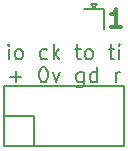
<source format=gto>
G04 #@! TF.FileFunction,Legend,Top*
%FSLAX46Y46*%
G04 Gerber Fmt 4.6, Leading zero omitted, Abs format (unit mm)*
G04 Created by KiCad (PCBNEW (2015-01-02 BZR 5348)-product) date 4/1/2015 11:05:10 PM*
%MOMM*%
G01*
G04 APERTURE LIST*
%ADD10C,0.100000*%
%ADD11C,0.300000*%
%ADD12C,0.177800*%
%ADD13C,0.150000*%
G04 APERTURE END LIST*
D10*
D11*
X150923572Y-91483571D02*
X150066429Y-91483571D01*
X150495001Y-91483571D02*
X150495001Y-89983571D01*
X150352144Y-90197857D01*
X150209286Y-90340714D01*
X150066429Y-90412143D01*
D12*
X141363096Y-94211624D02*
X141363096Y-93364957D01*
X141363096Y-92941624D02*
X141302620Y-93002100D01*
X141363096Y-93062576D01*
X141423572Y-93002100D01*
X141363096Y-92941624D01*
X141363096Y-93062576D01*
X142149287Y-94211624D02*
X142028334Y-94151148D01*
X141967858Y-94090671D01*
X141907382Y-93969719D01*
X141907382Y-93606862D01*
X141967858Y-93485910D01*
X142028334Y-93425433D01*
X142149287Y-93364957D01*
X142330715Y-93364957D01*
X142451667Y-93425433D01*
X142512144Y-93485910D01*
X142572620Y-93606862D01*
X142572620Y-93969719D01*
X142512144Y-94090671D01*
X142451667Y-94151148D01*
X142330715Y-94211624D01*
X142149287Y-94211624D01*
X144628811Y-94151148D02*
X144507858Y-94211624D01*
X144265954Y-94211624D01*
X144145001Y-94151148D01*
X144084525Y-94090671D01*
X144024049Y-93969719D01*
X144024049Y-93606862D01*
X144084525Y-93485910D01*
X144145001Y-93425433D01*
X144265954Y-93364957D01*
X144507858Y-93364957D01*
X144628811Y-93425433D01*
X145173096Y-94211624D02*
X145173096Y-92941624D01*
X145294048Y-93727814D02*
X145656905Y-94211624D01*
X145656905Y-93364957D02*
X145173096Y-93848767D01*
X146987381Y-93364957D02*
X147471191Y-93364957D01*
X147168810Y-92941624D02*
X147168810Y-94030195D01*
X147229286Y-94151148D01*
X147350239Y-94211624D01*
X147471191Y-94211624D01*
X148075953Y-94211624D02*
X147955000Y-94151148D01*
X147894524Y-94090671D01*
X147834048Y-93969719D01*
X147834048Y-93606862D01*
X147894524Y-93485910D01*
X147955000Y-93425433D01*
X148075953Y-93364957D01*
X148257381Y-93364957D01*
X148378333Y-93425433D01*
X148438810Y-93485910D01*
X148499286Y-93606862D01*
X148499286Y-93969719D01*
X148438810Y-94090671D01*
X148378333Y-94151148D01*
X148257381Y-94211624D01*
X148075953Y-94211624D01*
X149829762Y-93364957D02*
X150313572Y-93364957D01*
X150011191Y-92941624D02*
X150011191Y-94030195D01*
X150071667Y-94151148D01*
X150192620Y-94211624D01*
X150313572Y-94211624D01*
X150736905Y-94211624D02*
X150736905Y-93364957D01*
X150736905Y-92941624D02*
X150676429Y-93002100D01*
X150736905Y-93062576D01*
X150797381Y-93002100D01*
X150736905Y-92941624D01*
X150736905Y-93062576D01*
X141484048Y-95683614D02*
X142451667Y-95683614D01*
X141967857Y-96167424D02*
X141967857Y-95199805D01*
X144265953Y-94897424D02*
X144386905Y-94897424D01*
X144507857Y-94957900D01*
X144568334Y-95018376D01*
X144628810Y-95139329D01*
X144689286Y-95381233D01*
X144689286Y-95683614D01*
X144628810Y-95925519D01*
X144568334Y-96046471D01*
X144507857Y-96106948D01*
X144386905Y-96167424D01*
X144265953Y-96167424D01*
X144145000Y-96106948D01*
X144084524Y-96046471D01*
X144024048Y-95925519D01*
X143963572Y-95683614D01*
X143963572Y-95381233D01*
X144024048Y-95139329D01*
X144084524Y-95018376D01*
X144145000Y-94957900D01*
X144265953Y-94897424D01*
X145112620Y-95320757D02*
X145415001Y-96167424D01*
X145717381Y-95320757D01*
X147713096Y-95320757D02*
X147713096Y-96348852D01*
X147652619Y-96469805D01*
X147592143Y-96530281D01*
X147471191Y-96590757D01*
X147289762Y-96590757D01*
X147168810Y-96530281D01*
X147713096Y-96106948D02*
X147592143Y-96167424D01*
X147350239Y-96167424D01*
X147229286Y-96106948D01*
X147168810Y-96046471D01*
X147108334Y-95925519D01*
X147108334Y-95562662D01*
X147168810Y-95441710D01*
X147229286Y-95381233D01*
X147350239Y-95320757D01*
X147592143Y-95320757D01*
X147713096Y-95381233D01*
X148862144Y-96167424D02*
X148862144Y-94897424D01*
X148862144Y-96106948D02*
X148741191Y-96167424D01*
X148499287Y-96167424D01*
X148378334Y-96106948D01*
X148317858Y-96046471D01*
X148257382Y-95925519D01*
X148257382Y-95562662D01*
X148317858Y-95441710D01*
X148378334Y-95381233D01*
X148499287Y-95320757D01*
X148741191Y-95320757D01*
X148862144Y-95381233D01*
X150434525Y-96167424D02*
X150434525Y-95320757D01*
X150434525Y-95562662D02*
X150495001Y-95441710D01*
X150555477Y-95381233D01*
X150676430Y-95320757D01*
X150797382Y-95320757D01*
D13*
X143510000Y-101600000D02*
X151130000Y-101600000D01*
X151130000Y-101600000D02*
X151130000Y-96520000D01*
X151130000Y-96520000D02*
X140970000Y-96520000D01*
X140970000Y-96520000D02*
X140970000Y-99060000D01*
X140970000Y-101600000D02*
X143510000Y-101600000D01*
X140970000Y-99060000D02*
X143510000Y-99060000D01*
X143510000Y-99060000D02*
X143510000Y-101600000D01*
X140970000Y-101600000D02*
X140970000Y-99060000D01*
X149420000Y-91640000D02*
X149420000Y-89940000D01*
X149420000Y-89940000D02*
X147720000Y-89940000D01*
X148590000Y-89916000D02*
X148844000Y-89535000D01*
X148844000Y-89535000D02*
X148463000Y-89535000D01*
X148463000Y-89535000D02*
X148336000Y-89535000D01*
X148336000Y-89535000D02*
X148590000Y-89916000D01*
M02*

</source>
